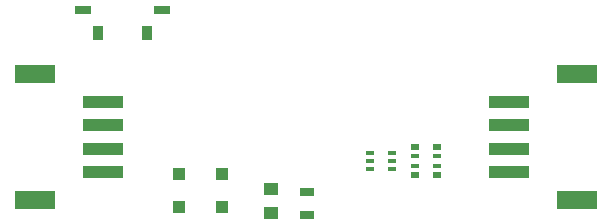
<source format=gtp>
G04 #@! TF.GenerationSoftware,KiCad,Pcbnew,(5.1.6-0-10_14)*
G04 #@! TF.CreationDate,2020-07-31T12:54:26-07:00*
G04 #@! TF.ProjectId,Stemma_Host_FeatherWing,5374656d-6d61-45f4-986f-73745f466561,v03*
G04 #@! TF.SameCoordinates,Original*
G04 #@! TF.FileFunction,Paste,Top*
G04 #@! TF.FilePolarity,Positive*
%FSLAX46Y46*%
G04 Gerber Fmt 4.6, Leading zero omitted, Abs format (unit mm)*
G04 Created by KiCad (PCBNEW (5.1.6-0-10_14)) date 2020-07-31 12:54:26*
%MOMM*%
%LPD*%
G01*
G04 APERTURE LIST*
%ADD10R,0.650000X0.400000*%
%ADD11R,1.250000X1.000000*%
%ADD12R,1.300000X0.700000*%
%ADD13R,0.800000X0.500000*%
%ADD14R,0.800000X0.400000*%
%ADD15R,3.500000X1.000000*%
%ADD16R,3.400000X1.500000*%
%ADD17R,1.100000X1.100000*%
%ADD18R,0.900000X1.270000*%
%ADD19R,1.450000X0.800000*%
G04 APERTURE END LIST*
D10*
X138242000Y-96632000D03*
X138242000Y-97932000D03*
X140142000Y-97282000D03*
X138242000Y-97282000D03*
X140142000Y-97932000D03*
X140142000Y-96632000D03*
D11*
X129880683Y-99658746D03*
X129880683Y-101658746D03*
D12*
X132969000Y-99908746D03*
X132969000Y-101808746D03*
D13*
X143902000Y-98482000D03*
D14*
X143902000Y-97682000D03*
D13*
X143902000Y-96082000D03*
D14*
X143902000Y-96882000D03*
D13*
X142102000Y-98482000D03*
D14*
X142102000Y-96882000D03*
X142102000Y-97682000D03*
D13*
X142102000Y-96082000D03*
D15*
X115625000Y-92250000D03*
X115625000Y-94250000D03*
X115625000Y-96250000D03*
X115625000Y-98250000D03*
D16*
X109875000Y-89900000D03*
X109875000Y-100600000D03*
X155825000Y-89900000D03*
X155825000Y-100600000D03*
D15*
X150075000Y-92250000D03*
X150075000Y-94250000D03*
X150075000Y-96250000D03*
X150075000Y-98250000D03*
D17*
X122100000Y-98400000D03*
X122100000Y-101200000D03*
X125700000Y-101200000D03*
X125700000Y-98400000D03*
D18*
X119400000Y-86400000D03*
X115200000Y-86400000D03*
D19*
X113950000Y-84500000D03*
X120650000Y-84500000D03*
M02*

</source>
